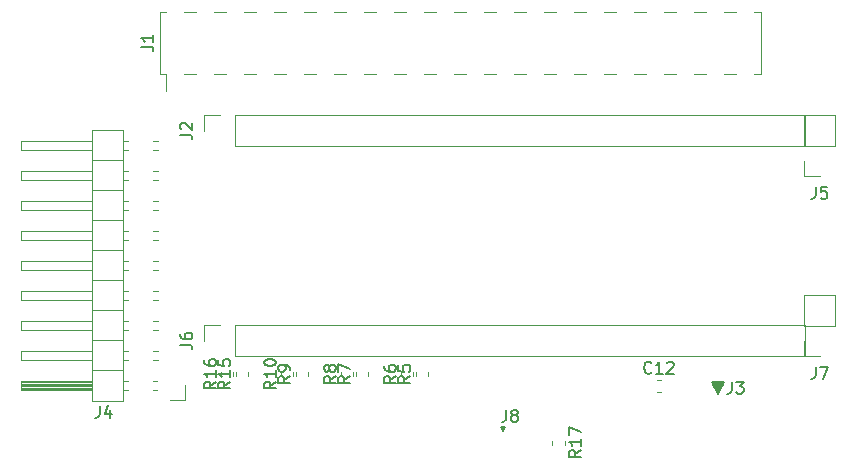
<source format=gto>
G04 #@! TF.GenerationSoftware,KiCad,Pcbnew,(5.0.0)*
G04 #@! TF.CreationDate,2020-07-13T01:16:36+09:00*
G04 #@! TF.ProjectId,WioTerminal_TangNano,57696F5465726D696E616C5F54616E67,rev?*
G04 #@! TF.SameCoordinates,Original*
G04 #@! TF.FileFunction,Legend,Top*
G04 #@! TF.FilePolarity,Positive*
%FSLAX46Y46*%
G04 Gerber Fmt 4.6, Leading zero omitted, Abs format (unit mm)*
G04 Created by KiCad (PCBNEW (5.0.0)) date 07/13/20 01:16:36*
%MOMM*%
%LPD*%
G01*
G04 APERTURE LIST*
%ADD10C,0.120000*%
%ADD11C,0.150000*%
G04 APERTURE END LIST*
D10*
G04 #@! TO.C,J1*
X56350000Y44100000D02*
X57370000Y44100000D01*
X56350000Y38900000D02*
X57370000Y38900000D01*
X53810000Y44100000D02*
X54830000Y44100000D01*
X53810000Y38900000D02*
X54830000Y38900000D01*
X51270000Y44100000D02*
X52290000Y44100000D01*
X51270000Y38900000D02*
X52290000Y38900000D01*
X48730000Y44100000D02*
X49750000Y44100000D01*
X48730000Y38900000D02*
X49750000Y38900000D01*
X46190000Y44100000D02*
X47210000Y44100000D01*
X46190000Y38900000D02*
X47210000Y38900000D01*
X43650000Y44100000D02*
X44670000Y44100000D01*
X43650000Y38900000D02*
X44670000Y38900000D01*
X41110000Y44100000D02*
X42130000Y44100000D01*
X41110000Y38900000D02*
X42130000Y38900000D01*
X38570000Y44100000D02*
X39590000Y44100000D01*
X38570000Y38900000D02*
X39590000Y38900000D01*
X36030000Y44100000D02*
X37050000Y44100000D01*
X36030000Y38900000D02*
X37050000Y38900000D01*
X33490000Y44100000D02*
X34510000Y44100000D01*
X33490000Y38900000D02*
X34510000Y38900000D01*
X30950000Y44100000D02*
X31970000Y44100000D01*
X30950000Y38900000D02*
X31970000Y38900000D01*
X28410000Y44100000D02*
X29430000Y44100000D01*
X28410000Y38900000D02*
X29430000Y38900000D01*
X25870000Y44100000D02*
X26890000Y44100000D01*
X25870000Y38900000D02*
X26890000Y38900000D01*
X23330000Y44100000D02*
X24350000Y44100000D01*
X23330000Y38900000D02*
X24350000Y38900000D01*
X20790000Y44100000D02*
X21810000Y44100000D01*
X20790000Y38900000D02*
X21810000Y38900000D01*
X18250000Y44100000D02*
X19270000Y44100000D01*
X18250000Y38900000D02*
X19270000Y38900000D01*
X15710000Y44100000D02*
X16730000Y44100000D01*
X15710000Y38900000D02*
X16730000Y38900000D01*
X13170000Y44100000D02*
X14190000Y44100000D01*
X13170000Y38900000D02*
X14190000Y38900000D01*
X10630000Y44100000D02*
X11650000Y44100000D01*
X10630000Y38900000D02*
X11650000Y38900000D01*
X58890000Y44100000D02*
X59460000Y44100000D01*
X58890000Y38900000D02*
X59460000Y38900000D01*
X8540000Y44100000D02*
X9110000Y44100000D01*
X8540000Y38900000D02*
X9110000Y38900000D01*
X9110000Y37460000D02*
X9110000Y38900000D01*
X59460000Y38900000D02*
X59460000Y44100000D01*
X8540000Y38900000D02*
X8540000Y44100000D01*
G04 #@! TO.C,R5*
X31220000Y13287221D02*
X31220000Y13612779D01*
X30200000Y13287221D02*
X30200000Y13612779D01*
G04 #@! TO.C,R6*
X30020000Y13287221D02*
X30020000Y13612779D01*
X29000000Y13287221D02*
X29000000Y13612779D01*
G04 #@! TO.C,R7*
X26140000Y13287221D02*
X26140000Y13612779D01*
X25120000Y13287221D02*
X25120000Y13612779D01*
G04 #@! TO.C,R8*
X24940000Y13287221D02*
X24940000Y13612779D01*
X23920000Y13287221D02*
X23920000Y13612779D01*
G04 #@! TO.C,R9*
X21060000Y13287221D02*
X21060000Y13612779D01*
X20040000Y13287221D02*
X20040000Y13612779D01*
G04 #@! TO.C,R10*
X19860000Y13287221D02*
X19860000Y13612779D01*
X18840000Y13287221D02*
X18840000Y13612779D01*
G04 #@! TO.C,R15*
X15980000Y13287221D02*
X15980000Y13612779D01*
X14960000Y13287221D02*
X14960000Y13612779D01*
G04 #@! TO.C,R16*
X14780000Y13287221D02*
X14780000Y13612779D01*
X13760000Y13287221D02*
X13760000Y13612779D01*
G04 #@! TO.C,R17*
X41790000Y7812779D02*
X41790000Y7487221D01*
X42810000Y7812779D02*
X42810000Y7487221D01*
D11*
G04 #@! TO.C,J8*
X37400000Y9000000D02*
X37800000Y9000000D01*
X37800000Y9000000D02*
X37600000Y8600000D01*
X37600000Y8600000D02*
X37400000Y9000000D01*
X37400000Y9000000D02*
X37500000Y8900000D01*
X37500000Y8900000D02*
X37600000Y8900000D01*
X37600000Y8900000D02*
X37600000Y8800000D01*
G04 #@! TO.C,J3*
X55800000Y11750000D02*
X56300000Y12750000D01*
X56300000Y12750000D02*
X55300000Y12750000D01*
X55300000Y12750000D02*
X55800000Y11750000D01*
X55700000Y11950000D02*
X55900000Y11950000D01*
X55900000Y11950000D02*
X55700000Y12050000D01*
X55700000Y12050000D02*
X55900000Y12050000D01*
X55900000Y12050000D02*
X55600000Y12150000D01*
X55600000Y12150000D02*
X56000000Y12150000D01*
X56000000Y12150000D02*
X55600000Y12250000D01*
X55600000Y12250000D02*
X56000000Y12250000D01*
X56000000Y12250000D02*
X55500000Y12350000D01*
X55500000Y12350000D02*
X56100000Y12350000D01*
X56100000Y12350000D02*
X55500000Y12450000D01*
X55500000Y12450000D02*
X56100000Y12450000D01*
X56100000Y12450000D02*
X55400000Y12550000D01*
X55400000Y12550000D02*
X56200000Y12550000D01*
X56200000Y12550000D02*
X55400000Y12650000D01*
X55400000Y12650000D02*
X56200000Y12650000D01*
D10*
G04 #@! TO.C,C12*
X50962779Y12960000D02*
X50637221Y12960000D01*
X50962779Y11940000D02*
X50637221Y11940000D01*
G04 #@! TO.C,J2*
X12268753Y34067358D02*
X12268753Y35397358D01*
X12268753Y35397358D02*
X13598753Y35397358D01*
X14868753Y35397358D02*
X63188753Y35397358D01*
X63188753Y32737358D02*
X63188753Y35397358D01*
X14868753Y32737358D02*
X63188753Y32737358D01*
X14868753Y32737358D02*
X14868753Y35397358D01*
G04 #@! TO.C,J6*
X14868753Y14957358D02*
X14868753Y17617358D01*
X14868753Y14957358D02*
X63188753Y14957358D01*
X63188753Y14957358D02*
X63188753Y17617358D01*
X14868753Y17617358D02*
X63188753Y17617358D01*
X12268753Y17617358D02*
X13598753Y17617358D01*
X12268753Y16287358D02*
X12268753Y17617358D01*
G04 #@! TO.C,J4*
X5460000Y11160000D02*
X5460000Y34140000D01*
X5460000Y34140000D02*
X2800000Y34140000D01*
X2800000Y34140000D02*
X2800000Y11160000D01*
X2800000Y11160000D02*
X5460000Y11160000D01*
X2800000Y12110000D02*
X-3200000Y12110000D01*
X-3200000Y12110000D02*
X-3200000Y12870000D01*
X-3200000Y12870000D02*
X2800000Y12870000D01*
X2800000Y12170000D02*
X-3200000Y12170000D01*
X2800000Y12290000D02*
X-3200000Y12290000D01*
X2800000Y12410000D02*
X-3200000Y12410000D01*
X2800000Y12530000D02*
X-3200000Y12530000D01*
X2800000Y12650000D02*
X-3200000Y12650000D01*
X2800000Y12770000D02*
X-3200000Y12770000D01*
X5857071Y12110000D02*
X5460000Y12110000D01*
X5857071Y12870000D02*
X5460000Y12870000D01*
X8330000Y12110000D02*
X7942929Y12110000D01*
X8330000Y12870000D02*
X7942929Y12870000D01*
X5460000Y13760000D02*
X2800000Y13760000D01*
X2800000Y14650000D02*
X-3200000Y14650000D01*
X-3200000Y14650000D02*
X-3200000Y15410000D01*
X-3200000Y15410000D02*
X2800000Y15410000D01*
X5857071Y14650000D02*
X5460000Y14650000D01*
X5857071Y15410000D02*
X5460000Y15410000D01*
X8397071Y14650000D02*
X7942929Y14650000D01*
X8397071Y15410000D02*
X7942929Y15410000D01*
X5460000Y16300000D02*
X2800000Y16300000D01*
X2800000Y17190000D02*
X-3200000Y17190000D01*
X-3200000Y17190000D02*
X-3200000Y17950000D01*
X-3200000Y17950000D02*
X2800000Y17950000D01*
X5857071Y17190000D02*
X5460000Y17190000D01*
X5857071Y17950000D02*
X5460000Y17950000D01*
X8397071Y17190000D02*
X7942929Y17190000D01*
X8397071Y17950000D02*
X7942929Y17950000D01*
X5460000Y18840000D02*
X2800000Y18840000D01*
X2800000Y19730000D02*
X-3200000Y19730000D01*
X-3200000Y19730000D02*
X-3200000Y20490000D01*
X-3200000Y20490000D02*
X2800000Y20490000D01*
X5857071Y19730000D02*
X5460000Y19730000D01*
X5857071Y20490000D02*
X5460000Y20490000D01*
X8397071Y19730000D02*
X7942929Y19730000D01*
X8397071Y20490000D02*
X7942929Y20490000D01*
X5460000Y21380000D02*
X2800000Y21380000D01*
X2800000Y22270000D02*
X-3200000Y22270000D01*
X-3200000Y22270000D02*
X-3200000Y23030000D01*
X-3200000Y23030000D02*
X2800000Y23030000D01*
X5857071Y22270000D02*
X5460000Y22270000D01*
X5857071Y23030000D02*
X5460000Y23030000D01*
X8397071Y22270000D02*
X7942929Y22270000D01*
X8397071Y23030000D02*
X7942929Y23030000D01*
X5460000Y23920000D02*
X2800000Y23920000D01*
X2800000Y24810000D02*
X-3200000Y24810000D01*
X-3200000Y24810000D02*
X-3200000Y25570000D01*
X-3200000Y25570000D02*
X2800000Y25570000D01*
X5857071Y24810000D02*
X5460000Y24810000D01*
X5857071Y25570000D02*
X5460000Y25570000D01*
X8397071Y24810000D02*
X7942929Y24810000D01*
X8397071Y25570000D02*
X7942929Y25570000D01*
X5460000Y26460000D02*
X2800000Y26460000D01*
X2800000Y27350000D02*
X-3200000Y27350000D01*
X-3200000Y27350000D02*
X-3200000Y28110000D01*
X-3200000Y28110000D02*
X2800000Y28110000D01*
X5857071Y27350000D02*
X5460000Y27350000D01*
X5857071Y28110000D02*
X5460000Y28110000D01*
X8397071Y27350000D02*
X7942929Y27350000D01*
X8397071Y28110000D02*
X7942929Y28110000D01*
X5460000Y29000000D02*
X2800000Y29000000D01*
X2800000Y29890000D02*
X-3200000Y29890000D01*
X-3200000Y29890000D02*
X-3200000Y30650000D01*
X-3200000Y30650000D02*
X2800000Y30650000D01*
X5857071Y29890000D02*
X5460000Y29890000D01*
X5857071Y30650000D02*
X5460000Y30650000D01*
X8397071Y29890000D02*
X7942929Y29890000D01*
X8397071Y30650000D02*
X7942929Y30650000D01*
X5460000Y31540000D02*
X2800000Y31540000D01*
X2800000Y32430000D02*
X-3200000Y32430000D01*
X-3200000Y32430000D02*
X-3200000Y33190000D01*
X-3200000Y33190000D02*
X2800000Y33190000D01*
X5857071Y32430000D02*
X5460000Y32430000D01*
X5857071Y33190000D02*
X5460000Y33190000D01*
X8397071Y32430000D02*
X7942929Y32430000D01*
X8397071Y33190000D02*
X7942929Y33190000D01*
X10710000Y12490000D02*
X10710000Y11220000D01*
X10710000Y11220000D02*
X9440000Y11220000D01*
G04 #@! TO.C,J5*
X64398753Y30197358D02*
X63068753Y30197358D01*
X63068753Y30197358D02*
X63068753Y31527358D01*
X63068753Y32797358D02*
X63068753Y35397358D01*
X65728753Y35397358D02*
X63068753Y35397358D01*
X65728753Y32797358D02*
X65728753Y35397358D01*
X65728753Y32797358D02*
X63068753Y32797358D01*
G04 #@! TO.C,J7*
X65728753Y17557358D02*
X63068753Y17557358D01*
X65728753Y17557358D02*
X65728753Y20157358D01*
X65728753Y20157358D02*
X63068753Y20157358D01*
X63068753Y17557358D02*
X63068753Y20157358D01*
X63068753Y14957358D02*
X63068753Y16287358D01*
X64398753Y14957358D02*
X63068753Y14957358D01*
G04 #@! TO.C,J1*
D11*
X6992380Y41166666D02*
X7706666Y41166666D01*
X7849523Y41119047D01*
X7944761Y41023809D01*
X7992380Y40880952D01*
X7992380Y40785714D01*
X7992380Y42166666D02*
X7992380Y41595238D01*
X7992380Y41880952D02*
X6992380Y41880952D01*
X7135238Y41785714D01*
X7230476Y41690476D01*
X7278095Y41595238D01*
G04 #@! TO.C,R5*
X29732380Y13283333D02*
X29256190Y12950000D01*
X29732380Y12711904D02*
X28732380Y12711904D01*
X28732380Y13092857D01*
X28780000Y13188095D01*
X28827619Y13235714D01*
X28922857Y13283333D01*
X29065714Y13283333D01*
X29160952Y13235714D01*
X29208571Y13188095D01*
X29256190Y13092857D01*
X29256190Y12711904D01*
X28732380Y14188095D02*
X28732380Y13711904D01*
X29208571Y13664285D01*
X29160952Y13711904D01*
X29113333Y13807142D01*
X29113333Y14045238D01*
X29160952Y14140476D01*
X29208571Y14188095D01*
X29303809Y14235714D01*
X29541904Y14235714D01*
X29637142Y14188095D01*
X29684761Y14140476D01*
X29732380Y14045238D01*
X29732380Y13807142D01*
X29684761Y13711904D01*
X29637142Y13664285D01*
G04 #@! TO.C,R6*
X28532380Y13283333D02*
X28056190Y12950000D01*
X28532380Y12711904D02*
X27532380Y12711904D01*
X27532380Y13092857D01*
X27580000Y13188095D01*
X27627619Y13235714D01*
X27722857Y13283333D01*
X27865714Y13283333D01*
X27960952Y13235714D01*
X28008571Y13188095D01*
X28056190Y13092857D01*
X28056190Y12711904D01*
X27532380Y14140476D02*
X27532380Y13950000D01*
X27580000Y13854761D01*
X27627619Y13807142D01*
X27770476Y13711904D01*
X27960952Y13664285D01*
X28341904Y13664285D01*
X28437142Y13711904D01*
X28484761Y13759523D01*
X28532380Y13854761D01*
X28532380Y14045238D01*
X28484761Y14140476D01*
X28437142Y14188095D01*
X28341904Y14235714D01*
X28103809Y14235714D01*
X28008571Y14188095D01*
X27960952Y14140476D01*
X27913333Y14045238D01*
X27913333Y13854761D01*
X27960952Y13759523D01*
X28008571Y13711904D01*
X28103809Y13664285D01*
G04 #@! TO.C,R7*
X24652380Y13283333D02*
X24176190Y12950000D01*
X24652380Y12711904D02*
X23652380Y12711904D01*
X23652380Y13092857D01*
X23700000Y13188095D01*
X23747619Y13235714D01*
X23842857Y13283333D01*
X23985714Y13283333D01*
X24080952Y13235714D01*
X24128571Y13188095D01*
X24176190Y13092857D01*
X24176190Y12711904D01*
X23652380Y13616666D02*
X23652380Y14283333D01*
X24652380Y13854761D01*
G04 #@! TO.C,R8*
X23452380Y13283333D02*
X22976190Y12950000D01*
X23452380Y12711904D02*
X22452380Y12711904D01*
X22452380Y13092857D01*
X22500000Y13188095D01*
X22547619Y13235714D01*
X22642857Y13283333D01*
X22785714Y13283333D01*
X22880952Y13235714D01*
X22928571Y13188095D01*
X22976190Y13092857D01*
X22976190Y12711904D01*
X22880952Y13854761D02*
X22833333Y13759523D01*
X22785714Y13711904D01*
X22690476Y13664285D01*
X22642857Y13664285D01*
X22547619Y13711904D01*
X22500000Y13759523D01*
X22452380Y13854761D01*
X22452380Y14045238D01*
X22500000Y14140476D01*
X22547619Y14188095D01*
X22642857Y14235714D01*
X22690476Y14235714D01*
X22785714Y14188095D01*
X22833333Y14140476D01*
X22880952Y14045238D01*
X22880952Y13854761D01*
X22928571Y13759523D01*
X22976190Y13711904D01*
X23071428Y13664285D01*
X23261904Y13664285D01*
X23357142Y13711904D01*
X23404761Y13759523D01*
X23452380Y13854761D01*
X23452380Y14045238D01*
X23404761Y14140476D01*
X23357142Y14188095D01*
X23261904Y14235714D01*
X23071428Y14235714D01*
X22976190Y14188095D01*
X22928571Y14140476D01*
X22880952Y14045238D01*
G04 #@! TO.C,R9*
X19572380Y13283333D02*
X19096190Y12950000D01*
X19572380Y12711904D02*
X18572380Y12711904D01*
X18572380Y13092857D01*
X18620000Y13188095D01*
X18667619Y13235714D01*
X18762857Y13283333D01*
X18905714Y13283333D01*
X19000952Y13235714D01*
X19048571Y13188095D01*
X19096190Y13092857D01*
X19096190Y12711904D01*
X19572380Y13759523D02*
X19572380Y13950000D01*
X19524761Y14045238D01*
X19477142Y14092857D01*
X19334285Y14188095D01*
X19143809Y14235714D01*
X18762857Y14235714D01*
X18667619Y14188095D01*
X18620000Y14140476D01*
X18572380Y14045238D01*
X18572380Y13854761D01*
X18620000Y13759523D01*
X18667619Y13711904D01*
X18762857Y13664285D01*
X19000952Y13664285D01*
X19096190Y13711904D01*
X19143809Y13759523D01*
X19191428Y13854761D01*
X19191428Y14045238D01*
X19143809Y14140476D01*
X19096190Y14188095D01*
X19000952Y14235714D01*
G04 #@! TO.C,R10*
X18372380Y12807142D02*
X17896190Y12473809D01*
X18372380Y12235714D02*
X17372380Y12235714D01*
X17372380Y12616666D01*
X17420000Y12711904D01*
X17467619Y12759523D01*
X17562857Y12807142D01*
X17705714Y12807142D01*
X17800952Y12759523D01*
X17848571Y12711904D01*
X17896190Y12616666D01*
X17896190Y12235714D01*
X18372380Y13759523D02*
X18372380Y13188095D01*
X18372380Y13473809D02*
X17372380Y13473809D01*
X17515238Y13378571D01*
X17610476Y13283333D01*
X17658095Y13188095D01*
X17372380Y14378571D02*
X17372380Y14473809D01*
X17420000Y14569047D01*
X17467619Y14616666D01*
X17562857Y14664285D01*
X17753333Y14711904D01*
X17991428Y14711904D01*
X18181904Y14664285D01*
X18277142Y14616666D01*
X18324761Y14569047D01*
X18372380Y14473809D01*
X18372380Y14378571D01*
X18324761Y14283333D01*
X18277142Y14235714D01*
X18181904Y14188095D01*
X17991428Y14140476D01*
X17753333Y14140476D01*
X17562857Y14188095D01*
X17467619Y14235714D01*
X17420000Y14283333D01*
X17372380Y14378571D01*
G04 #@! TO.C,R15*
X14492380Y12807142D02*
X14016190Y12473809D01*
X14492380Y12235714D02*
X13492380Y12235714D01*
X13492380Y12616666D01*
X13540000Y12711904D01*
X13587619Y12759523D01*
X13682857Y12807142D01*
X13825714Y12807142D01*
X13920952Y12759523D01*
X13968571Y12711904D01*
X14016190Y12616666D01*
X14016190Y12235714D01*
X14492380Y13759523D02*
X14492380Y13188095D01*
X14492380Y13473809D02*
X13492380Y13473809D01*
X13635238Y13378571D01*
X13730476Y13283333D01*
X13778095Y13188095D01*
X13492380Y14664285D02*
X13492380Y14188095D01*
X13968571Y14140476D01*
X13920952Y14188095D01*
X13873333Y14283333D01*
X13873333Y14521428D01*
X13920952Y14616666D01*
X13968571Y14664285D01*
X14063809Y14711904D01*
X14301904Y14711904D01*
X14397142Y14664285D01*
X14444761Y14616666D01*
X14492380Y14521428D01*
X14492380Y14283333D01*
X14444761Y14188095D01*
X14397142Y14140476D01*
G04 #@! TO.C,R16*
X13292380Y12807142D02*
X12816190Y12473809D01*
X13292380Y12235714D02*
X12292380Y12235714D01*
X12292380Y12616666D01*
X12340000Y12711904D01*
X12387619Y12759523D01*
X12482857Y12807142D01*
X12625714Y12807142D01*
X12720952Y12759523D01*
X12768571Y12711904D01*
X12816190Y12616666D01*
X12816190Y12235714D01*
X13292380Y13759523D02*
X13292380Y13188095D01*
X13292380Y13473809D02*
X12292380Y13473809D01*
X12435238Y13378571D01*
X12530476Y13283333D01*
X12578095Y13188095D01*
X12292380Y14616666D02*
X12292380Y14426190D01*
X12340000Y14330952D01*
X12387619Y14283333D01*
X12530476Y14188095D01*
X12720952Y14140476D01*
X13101904Y14140476D01*
X13197142Y14188095D01*
X13244761Y14235714D01*
X13292380Y14330952D01*
X13292380Y14521428D01*
X13244761Y14616666D01*
X13197142Y14664285D01*
X13101904Y14711904D01*
X12863809Y14711904D01*
X12768571Y14664285D01*
X12720952Y14616666D01*
X12673333Y14521428D01*
X12673333Y14330952D01*
X12720952Y14235714D01*
X12768571Y14188095D01*
X12863809Y14140476D01*
G04 #@! TO.C,R17*
X44182380Y7007142D02*
X43706190Y6673809D01*
X44182380Y6435714D02*
X43182380Y6435714D01*
X43182380Y6816666D01*
X43230000Y6911904D01*
X43277619Y6959523D01*
X43372857Y7007142D01*
X43515714Y7007142D01*
X43610952Y6959523D01*
X43658571Y6911904D01*
X43706190Y6816666D01*
X43706190Y6435714D01*
X44182380Y7959523D02*
X44182380Y7388095D01*
X44182380Y7673809D02*
X43182380Y7673809D01*
X43325238Y7578571D01*
X43420476Y7483333D01*
X43468095Y7388095D01*
X43182380Y8292857D02*
X43182380Y8959523D01*
X44182380Y8530952D01*
G04 #@! TO.C,J8*
X37866666Y10397619D02*
X37866666Y9683333D01*
X37819047Y9540476D01*
X37723809Y9445238D01*
X37580952Y9397619D01*
X37485714Y9397619D01*
X38485714Y9969047D02*
X38390476Y10016666D01*
X38342857Y10064285D01*
X38295238Y10159523D01*
X38295238Y10207142D01*
X38342857Y10302380D01*
X38390476Y10350000D01*
X38485714Y10397619D01*
X38676190Y10397619D01*
X38771428Y10350000D01*
X38819047Y10302380D01*
X38866666Y10207142D01*
X38866666Y10159523D01*
X38819047Y10064285D01*
X38771428Y10016666D01*
X38676190Y9969047D01*
X38485714Y9969047D01*
X38390476Y9921428D01*
X38342857Y9873809D01*
X38295238Y9778571D01*
X38295238Y9588095D01*
X38342857Y9492857D01*
X38390476Y9445238D01*
X38485714Y9397619D01*
X38676190Y9397619D01*
X38771428Y9445238D01*
X38819047Y9492857D01*
X38866666Y9588095D01*
X38866666Y9778571D01*
X38819047Y9873809D01*
X38771428Y9921428D01*
X38676190Y9969047D01*
G04 #@! TO.C,J3*
X56966666Y12797619D02*
X56966666Y12083333D01*
X56919047Y11940476D01*
X56823809Y11845238D01*
X56680952Y11797619D01*
X56585714Y11797619D01*
X57347619Y12797619D02*
X57966666Y12797619D01*
X57633333Y12416666D01*
X57776190Y12416666D01*
X57871428Y12369047D01*
X57919047Y12321428D01*
X57966666Y12226190D01*
X57966666Y11988095D01*
X57919047Y11892857D01*
X57871428Y11845238D01*
X57776190Y11797619D01*
X57490476Y11797619D01*
X57395238Y11845238D01*
X57347619Y11892857D01*
G04 #@! TO.C,C12*
X50157142Y13592857D02*
X50109523Y13545238D01*
X49966666Y13497619D01*
X49871428Y13497619D01*
X49728571Y13545238D01*
X49633333Y13640476D01*
X49585714Y13735714D01*
X49538095Y13926190D01*
X49538095Y14069047D01*
X49585714Y14259523D01*
X49633333Y14354761D01*
X49728571Y14450000D01*
X49871428Y14497619D01*
X49966666Y14497619D01*
X50109523Y14450000D01*
X50157142Y14402380D01*
X51109523Y13497619D02*
X50538095Y13497619D01*
X50823809Y13497619D02*
X50823809Y14497619D01*
X50728571Y14354761D01*
X50633333Y14259523D01*
X50538095Y14211904D01*
X51490476Y14402380D02*
X51538095Y14450000D01*
X51633333Y14497619D01*
X51871428Y14497619D01*
X51966666Y14450000D01*
X52014285Y14402380D01*
X52061904Y14307142D01*
X52061904Y14211904D01*
X52014285Y14069047D01*
X51442857Y13497619D01*
X52061904Y13497619D01*
G04 #@! TO.C,J2*
X10281133Y33734024D02*
X10995419Y33734024D01*
X11138276Y33686405D01*
X11233514Y33591167D01*
X11281133Y33448310D01*
X11281133Y33353072D01*
X10376372Y34162596D02*
X10328753Y34210215D01*
X10281133Y34305453D01*
X10281133Y34543548D01*
X10328753Y34638786D01*
X10376372Y34686405D01*
X10471610Y34734024D01*
X10566848Y34734024D01*
X10709705Y34686405D01*
X11281133Y34114977D01*
X11281133Y34734024D01*
G04 #@! TO.C,J6*
X10281133Y15954024D02*
X10995419Y15954024D01*
X11138276Y15906405D01*
X11233514Y15811167D01*
X11281133Y15668310D01*
X11281133Y15573072D01*
X10281133Y16858786D02*
X10281133Y16668310D01*
X10328753Y16573072D01*
X10376372Y16525453D01*
X10519229Y16430215D01*
X10709705Y16382596D01*
X11090657Y16382596D01*
X11185895Y16430215D01*
X11233514Y16477834D01*
X11281133Y16573072D01*
X11281133Y16763548D01*
X11233514Y16858786D01*
X11185895Y16906405D01*
X11090657Y16954024D01*
X10852562Y16954024D01*
X10757324Y16906405D01*
X10709705Y16858786D01*
X10662086Y16763548D01*
X10662086Y16573072D01*
X10709705Y16477834D01*
X10757324Y16430215D01*
X10852562Y16382596D01*
G04 #@! TO.C,J4*
X3451666Y10767619D02*
X3451666Y10053333D01*
X3404047Y9910476D01*
X3308809Y9815238D01*
X3165952Y9767619D01*
X3070714Y9767619D01*
X4356428Y10434285D02*
X4356428Y9767619D01*
X4118333Y10815238D02*
X3880238Y10100952D01*
X4499285Y10100952D01*
G04 #@! TO.C,J5*
X64065419Y29304977D02*
X64065419Y28590691D01*
X64017800Y28447834D01*
X63922562Y28352596D01*
X63779705Y28304977D01*
X63684467Y28304977D01*
X65017800Y29304977D02*
X64541610Y29304977D01*
X64493991Y28828786D01*
X64541610Y28876405D01*
X64636848Y28924024D01*
X64874943Y28924024D01*
X64970181Y28876405D01*
X65017800Y28828786D01*
X65065419Y28733548D01*
X65065419Y28495453D01*
X65017800Y28400215D01*
X64970181Y28352596D01*
X64874943Y28304977D01*
X64636848Y28304977D01*
X64541610Y28352596D01*
X64493991Y28400215D01*
G04 #@! TO.C,J7*
X64065419Y14064977D02*
X64065419Y13350691D01*
X64017800Y13207834D01*
X63922562Y13112596D01*
X63779705Y13064977D01*
X63684467Y13064977D01*
X64446372Y14064977D02*
X65113038Y14064977D01*
X64684467Y13064977D01*
G04 #@! TD*
M02*

</source>
